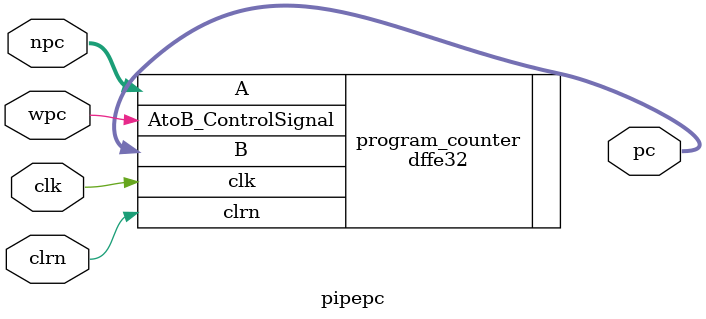
<source format=v>
module pipepc(npc,wpc,clk,clrn,pc);		//写PC模块
	input [31:0] 	npc;				//npc
	input        	wpc,clk,clrn;		//wpc写pc信号   clk时钟  clrn复位信号
	output [31:0] 	pc;					//
	dffe32 program_counter(.A(npc),.clk(clk),.clrn(clrn),.AtoB_ControlSignal(wpc),.B(pc)); 	//程序计数器 为pc赋值
	//dffe32 模块  初始化pc的值 当处于时钟信号来到 且 wpc为1时  pc <= npc 
	//dede32(A,clk,clrn,AtoB_ControlSignal,B)
	//clrn为复位信号
	
endmodule 
	
	
	
</source>
